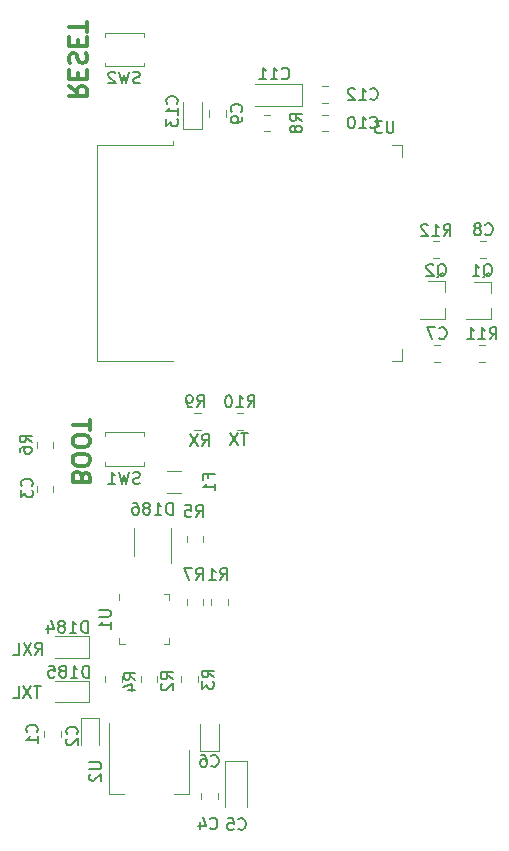
<source format=gbo>
G04 #@! TF.GenerationSoftware,KiCad,Pcbnew,(5.1.9)-1*
G04 #@! TF.CreationDate,2021-06-06T22:24:57-05:00*
G04 #@! TF.ProjectId,AirCloud,41697243-6c6f-4756-942e-6b696361645f,rev?*
G04 #@! TF.SameCoordinates,Original*
G04 #@! TF.FileFunction,Legend,Bot*
G04 #@! TF.FilePolarity,Positive*
%FSLAX46Y46*%
G04 Gerber Fmt 4.6, Leading zero omitted, Abs format (unit mm)*
G04 Created by KiCad (PCBNEW (5.1.9)-1) date 2021-06-06 22:24:57*
%MOMM*%
%LPD*%
G01*
G04 APERTURE LIST*
%ADD10C,0.150000*%
%ADD11C,0.300000*%
%ADD12C,0.120000*%
G04 APERTURE END LIST*
D10*
X133871428Y-121602380D02*
X134204761Y-121126190D01*
X134442857Y-121602380D02*
X134442857Y-120602380D01*
X134061904Y-120602380D01*
X133966666Y-120650000D01*
X133919047Y-120697619D01*
X133871428Y-120792857D01*
X133871428Y-120935714D01*
X133919047Y-121030952D01*
X133966666Y-121078571D01*
X134061904Y-121126190D01*
X134442857Y-121126190D01*
X133538095Y-120602380D02*
X132871428Y-121602380D01*
X132871428Y-120602380D02*
X133538095Y-121602380D01*
X132014285Y-121602380D02*
X132490476Y-121602380D01*
X132490476Y-120602380D01*
X134316666Y-124302380D02*
X133745238Y-124302380D01*
X134030952Y-125302380D02*
X134030952Y-124302380D01*
X133507142Y-124302380D02*
X132840476Y-125302380D01*
X132840476Y-124302380D02*
X133507142Y-125302380D01*
X131983333Y-125302380D02*
X132459523Y-125302380D01*
X132459523Y-124302380D01*
X151861904Y-102852380D02*
X151290476Y-102852380D01*
X151576190Y-103852380D02*
X151576190Y-102852380D01*
X151052380Y-102852380D02*
X150385714Y-103852380D01*
X150385714Y-102852380D02*
X151052380Y-103852380D01*
X147966666Y-103952380D02*
X148300000Y-103476190D01*
X148538095Y-103952380D02*
X148538095Y-102952380D01*
X148157142Y-102952380D01*
X148061904Y-103000000D01*
X148014285Y-103047619D01*
X147966666Y-103142857D01*
X147966666Y-103285714D01*
X148014285Y-103380952D01*
X148061904Y-103428571D01*
X148157142Y-103476190D01*
X148538095Y-103476190D01*
X147633333Y-102952380D02*
X146966666Y-103952380D01*
X146966666Y-102952380D02*
X147633333Y-103952380D01*
D11*
X136721428Y-73478571D02*
X137435714Y-73978571D01*
X136721428Y-74335714D02*
X138221428Y-74335714D01*
X138221428Y-73764285D01*
X138150000Y-73621428D01*
X138078571Y-73550000D01*
X137935714Y-73478571D01*
X137721428Y-73478571D01*
X137578571Y-73550000D01*
X137507142Y-73621428D01*
X137435714Y-73764285D01*
X137435714Y-74335714D01*
X137507142Y-72835714D02*
X137507142Y-72335714D01*
X136721428Y-72121428D02*
X136721428Y-72835714D01*
X138221428Y-72835714D01*
X138221428Y-72121428D01*
X136792857Y-71550000D02*
X136721428Y-71335714D01*
X136721428Y-70978571D01*
X136792857Y-70835714D01*
X136864285Y-70764285D01*
X137007142Y-70692857D01*
X137150000Y-70692857D01*
X137292857Y-70764285D01*
X137364285Y-70835714D01*
X137435714Y-70978571D01*
X137507142Y-71264285D01*
X137578571Y-71407142D01*
X137650000Y-71478571D01*
X137792857Y-71550000D01*
X137935714Y-71550000D01*
X138078571Y-71478571D01*
X138150000Y-71407142D01*
X138221428Y-71264285D01*
X138221428Y-70907142D01*
X138150000Y-70692857D01*
X137507142Y-70050000D02*
X137507142Y-69550000D01*
X136721428Y-69335714D02*
X136721428Y-70050000D01*
X138221428Y-70050000D01*
X138221428Y-69335714D01*
X138221428Y-68907142D02*
X138221428Y-68050000D01*
X136721428Y-68478571D02*
X138221428Y-68478571D01*
X137807142Y-106535714D02*
X137735714Y-106321428D01*
X137664285Y-106250000D01*
X137521428Y-106178571D01*
X137307142Y-106178571D01*
X137164285Y-106250000D01*
X137092857Y-106321428D01*
X137021428Y-106464285D01*
X137021428Y-107035714D01*
X138521428Y-107035714D01*
X138521428Y-106535714D01*
X138450000Y-106392857D01*
X138378571Y-106321428D01*
X138235714Y-106250000D01*
X138092857Y-106250000D01*
X137950000Y-106321428D01*
X137878571Y-106392857D01*
X137807142Y-106535714D01*
X137807142Y-107035714D01*
X138521428Y-105250000D02*
X138521428Y-104964285D01*
X138450000Y-104821428D01*
X138307142Y-104678571D01*
X138021428Y-104607142D01*
X137521428Y-104607142D01*
X137235714Y-104678571D01*
X137092857Y-104821428D01*
X137021428Y-104964285D01*
X137021428Y-105250000D01*
X137092857Y-105392857D01*
X137235714Y-105535714D01*
X137521428Y-105607142D01*
X138021428Y-105607142D01*
X138307142Y-105535714D01*
X138450000Y-105392857D01*
X138521428Y-105250000D01*
X138521428Y-103678571D02*
X138521428Y-103392857D01*
X138450000Y-103250000D01*
X138307142Y-103107142D01*
X138021428Y-103035714D01*
X137521428Y-103035714D01*
X137235714Y-103107142D01*
X137092857Y-103250000D01*
X137021428Y-103392857D01*
X137021428Y-103678571D01*
X137092857Y-103821428D01*
X137235714Y-103964285D01*
X137521428Y-104035714D01*
X138021428Y-104035714D01*
X138307142Y-103964285D01*
X138450000Y-103821428D01*
X138521428Y-103678571D01*
X138521428Y-102607142D02*
X138521428Y-101750000D01*
X137021428Y-102178571D02*
X138521428Y-102178571D01*
D12*
X164100000Y-78480000D02*
X164880000Y-78480000D01*
X164880000Y-78480000D02*
X164880000Y-79480000D01*
X164100000Y-96720000D02*
X164880000Y-96720000D01*
X164880000Y-96720000D02*
X164880000Y-95720000D01*
X139135000Y-78480000D02*
X139135000Y-96720000D01*
X139135000Y-96720000D02*
X145555000Y-96720000D01*
X139135000Y-78480000D02*
X145555000Y-78480000D01*
X145555000Y-78480000D02*
X145555000Y-78100000D01*
X139790000Y-123441422D02*
X139790000Y-123958578D01*
X141210000Y-123441422D02*
X141210000Y-123958578D01*
X171958578Y-95390000D02*
X171441422Y-95390000D01*
X171958578Y-96810000D02*
X171441422Y-96810000D01*
X167541422Y-88010000D02*
X168058578Y-88010000D01*
X167541422Y-86590000D02*
X168058578Y-86590000D01*
X139750000Y-69300000D02*
X139750000Y-69000000D01*
X139750000Y-69000000D02*
X143050000Y-69000000D01*
X143050000Y-69000000D02*
X143050000Y-69300000D01*
X139750000Y-71500000D02*
X139750000Y-71800000D01*
X139750000Y-71800000D02*
X143050000Y-71800000D01*
X143050000Y-71800000D02*
X143050000Y-71500000D01*
X136010000Y-128061422D02*
X136010000Y-128578578D01*
X134590000Y-128061422D02*
X134590000Y-128578578D01*
X137715000Y-129300000D02*
X137715000Y-126990000D01*
X137715000Y-126990000D02*
X139285000Y-126990000D01*
X139285000Y-126990000D02*
X139285000Y-129300000D01*
X147890000Y-133306422D02*
X147890000Y-133823578D01*
X149310000Y-133306422D02*
X149310000Y-133823578D01*
X149965000Y-134545000D02*
X149965000Y-130635000D01*
X149965000Y-130635000D02*
X151835000Y-130635000D01*
X151835000Y-130635000D02*
X151835000Y-134545000D01*
X168158578Y-96810000D02*
X167641422Y-96810000D01*
X168158578Y-95390000D02*
X167641422Y-95390000D01*
X172058578Y-86590000D02*
X171541422Y-86590000D01*
X172058578Y-88010000D02*
X171541422Y-88010000D01*
X150010000Y-76058578D02*
X150010000Y-75541422D01*
X148590000Y-76058578D02*
X148590000Y-75541422D01*
X158141422Y-75890000D02*
X158658578Y-75890000D01*
X158141422Y-77310000D02*
X158658578Y-77310000D01*
X156410000Y-75135000D02*
X152500000Y-75135000D01*
X156410000Y-73265000D02*
X156410000Y-75135000D01*
X152500000Y-73265000D02*
X156410000Y-73265000D01*
X158141422Y-74910000D02*
X158658578Y-74910000D01*
X158141422Y-73490000D02*
X158658578Y-73490000D01*
X146415000Y-77110000D02*
X146415000Y-74800000D01*
X147985000Y-77110000D02*
X146415000Y-77110000D01*
X147985000Y-74800000D02*
X147985000Y-77110000D01*
X138385000Y-121860000D02*
X135500000Y-121860000D01*
X138385000Y-120040000D02*
X138385000Y-121860000D01*
X135500000Y-120040000D02*
X138385000Y-120040000D01*
X146202064Y-107910000D02*
X144997936Y-107910000D01*
X146202064Y-106090000D02*
X144997936Y-106090000D01*
X172460000Y-90070000D02*
X172460000Y-91000000D01*
X172460000Y-93230000D02*
X172460000Y-92300000D01*
X172460000Y-93230000D02*
X170300000Y-93230000D01*
X172460000Y-90070000D02*
X171000000Y-90070000D01*
X168560000Y-90020000D02*
X167100000Y-90020000D01*
X168560000Y-93180000D02*
X166400000Y-93180000D01*
X168560000Y-93180000D02*
X168560000Y-92250000D01*
X168560000Y-90020000D02*
X168560000Y-90950000D01*
X140990000Y-116965000D02*
X140990000Y-116490000D01*
X145210000Y-120710000D02*
X144735000Y-120710000D01*
X145210000Y-120235000D02*
X145210000Y-120710000D01*
X145210000Y-116490000D02*
X144735000Y-116490000D01*
X145210000Y-116965000D02*
X145210000Y-116490000D01*
X140990000Y-120710000D02*
X141465000Y-120710000D01*
X140990000Y-120235000D02*
X140990000Y-120710000D01*
X133990000Y-107858578D02*
X133990000Y-107341422D01*
X135410000Y-107858578D02*
X135410000Y-107341422D01*
X147815000Y-129810000D02*
X147815000Y-127500000D01*
X149385000Y-129810000D02*
X147815000Y-129810000D01*
X149385000Y-127500000D02*
X149385000Y-129810000D01*
X138385000Y-125660000D02*
X135500000Y-125660000D01*
X138385000Y-123840000D02*
X138385000Y-125660000D01*
X135500000Y-123840000D02*
X138385000Y-123840000D01*
X145350000Y-110900000D02*
X145350000Y-113850000D01*
X142250000Y-113300000D02*
X142250000Y-110900000D01*
X150160000Y-116878922D02*
X150160000Y-117396078D01*
X148740000Y-116878922D02*
X148740000Y-117396078D01*
X146690000Y-112058578D02*
X146690000Y-111541422D01*
X148110000Y-112058578D02*
X148110000Y-111541422D01*
X133990000Y-104158578D02*
X133990000Y-103641422D01*
X135410000Y-104158578D02*
X135410000Y-103641422D01*
X148110000Y-117408578D02*
X148110000Y-116891422D01*
X146690000Y-117408578D02*
X146690000Y-116891422D01*
X153758578Y-75890000D02*
X153241422Y-75890000D01*
X153758578Y-77310000D02*
X153241422Y-77310000D01*
X147341422Y-102560000D02*
X147858578Y-102560000D01*
X147341422Y-101140000D02*
X147858578Y-101140000D01*
X150941422Y-101140000D02*
X151458578Y-101140000D01*
X150941422Y-102560000D02*
X151458578Y-102560000D01*
X142790000Y-123958578D02*
X142790000Y-123441422D01*
X144210000Y-123958578D02*
X144210000Y-123441422D01*
X147610000Y-123958578D02*
X147610000Y-123441422D01*
X146190000Y-123958578D02*
X146190000Y-123441422D01*
X143050000Y-105600000D02*
X143050000Y-105300000D01*
X139750000Y-105600000D02*
X143050000Y-105600000D01*
X139750000Y-105300000D02*
X139750000Y-105600000D01*
X143050000Y-102800000D02*
X143050000Y-103100000D01*
X139750000Y-102800000D02*
X143050000Y-102800000D01*
X139750000Y-103100000D02*
X139750000Y-102800000D01*
X140090000Y-127400000D02*
X140090000Y-133410000D01*
X146910000Y-129650000D02*
X146910000Y-133410000D01*
X140090000Y-133410000D02*
X141350000Y-133410000D01*
X146910000Y-133410000D02*
X145650000Y-133410000D01*
D10*
X164191904Y-76442380D02*
X164191904Y-77251904D01*
X164144285Y-77347142D01*
X164096666Y-77394761D01*
X164001428Y-77442380D01*
X163810952Y-77442380D01*
X163715714Y-77394761D01*
X163668095Y-77347142D01*
X163620476Y-77251904D01*
X163620476Y-76442380D01*
X163239523Y-76442380D02*
X162620476Y-76442380D01*
X162953809Y-76823333D01*
X162810952Y-76823333D01*
X162715714Y-76870952D01*
X162668095Y-76918571D01*
X162620476Y-77013809D01*
X162620476Y-77251904D01*
X162668095Y-77347142D01*
X162715714Y-77394761D01*
X162810952Y-77442380D01*
X163096666Y-77442380D01*
X163191904Y-77394761D01*
X163239523Y-77347142D01*
X142352380Y-123733333D02*
X141876190Y-123400000D01*
X142352380Y-123161904D02*
X141352380Y-123161904D01*
X141352380Y-123542857D01*
X141400000Y-123638095D01*
X141447619Y-123685714D01*
X141542857Y-123733333D01*
X141685714Y-123733333D01*
X141780952Y-123685714D01*
X141828571Y-123638095D01*
X141876190Y-123542857D01*
X141876190Y-123161904D01*
X141685714Y-124590476D02*
X142352380Y-124590476D01*
X141304761Y-124352380D02*
X142019047Y-124114285D01*
X142019047Y-124733333D01*
X172342857Y-94902380D02*
X172676190Y-94426190D01*
X172914285Y-94902380D02*
X172914285Y-93902380D01*
X172533333Y-93902380D01*
X172438095Y-93950000D01*
X172390476Y-93997619D01*
X172342857Y-94092857D01*
X172342857Y-94235714D01*
X172390476Y-94330952D01*
X172438095Y-94378571D01*
X172533333Y-94426190D01*
X172914285Y-94426190D01*
X171390476Y-94902380D02*
X171961904Y-94902380D01*
X171676190Y-94902380D02*
X171676190Y-93902380D01*
X171771428Y-94045238D01*
X171866666Y-94140476D01*
X171961904Y-94188095D01*
X170438095Y-94902380D02*
X171009523Y-94902380D01*
X170723809Y-94902380D02*
X170723809Y-93902380D01*
X170819047Y-94045238D01*
X170914285Y-94140476D01*
X171009523Y-94188095D01*
X168442857Y-86152380D02*
X168776190Y-85676190D01*
X169014285Y-86152380D02*
X169014285Y-85152380D01*
X168633333Y-85152380D01*
X168538095Y-85200000D01*
X168490476Y-85247619D01*
X168442857Y-85342857D01*
X168442857Y-85485714D01*
X168490476Y-85580952D01*
X168538095Y-85628571D01*
X168633333Y-85676190D01*
X169014285Y-85676190D01*
X167490476Y-86152380D02*
X168061904Y-86152380D01*
X167776190Y-86152380D02*
X167776190Y-85152380D01*
X167871428Y-85295238D01*
X167966666Y-85390476D01*
X168061904Y-85438095D01*
X167109523Y-85247619D02*
X167061904Y-85200000D01*
X166966666Y-85152380D01*
X166728571Y-85152380D01*
X166633333Y-85200000D01*
X166585714Y-85247619D01*
X166538095Y-85342857D01*
X166538095Y-85438095D01*
X166585714Y-85580952D01*
X167157142Y-86152380D01*
X166538095Y-86152380D01*
X142733333Y-73204761D02*
X142590476Y-73252380D01*
X142352380Y-73252380D01*
X142257142Y-73204761D01*
X142209523Y-73157142D01*
X142161904Y-73061904D01*
X142161904Y-72966666D01*
X142209523Y-72871428D01*
X142257142Y-72823809D01*
X142352380Y-72776190D01*
X142542857Y-72728571D01*
X142638095Y-72680952D01*
X142685714Y-72633333D01*
X142733333Y-72538095D01*
X142733333Y-72442857D01*
X142685714Y-72347619D01*
X142638095Y-72300000D01*
X142542857Y-72252380D01*
X142304761Y-72252380D01*
X142161904Y-72300000D01*
X141828571Y-72252380D02*
X141590476Y-73252380D01*
X141400000Y-72538095D01*
X141209523Y-73252380D01*
X140971428Y-72252380D01*
X140638095Y-72347619D02*
X140590476Y-72300000D01*
X140495238Y-72252380D01*
X140257142Y-72252380D01*
X140161904Y-72300000D01*
X140114285Y-72347619D01*
X140066666Y-72442857D01*
X140066666Y-72538095D01*
X140114285Y-72680952D01*
X140685714Y-73252380D01*
X140066666Y-73252380D01*
X134007142Y-128153333D02*
X134054761Y-128105714D01*
X134102380Y-127962857D01*
X134102380Y-127867619D01*
X134054761Y-127724761D01*
X133959523Y-127629523D01*
X133864285Y-127581904D01*
X133673809Y-127534285D01*
X133530952Y-127534285D01*
X133340476Y-127581904D01*
X133245238Y-127629523D01*
X133150000Y-127724761D01*
X133102380Y-127867619D01*
X133102380Y-127962857D01*
X133150000Y-128105714D01*
X133197619Y-128153333D01*
X134102380Y-129105714D02*
X134102380Y-128534285D01*
X134102380Y-128820000D02*
X133102380Y-128820000D01*
X133245238Y-128724761D01*
X133340476Y-128629523D01*
X133388095Y-128534285D01*
X137377142Y-128333333D02*
X137424761Y-128285714D01*
X137472380Y-128142857D01*
X137472380Y-128047619D01*
X137424761Y-127904761D01*
X137329523Y-127809523D01*
X137234285Y-127761904D01*
X137043809Y-127714285D01*
X136900952Y-127714285D01*
X136710476Y-127761904D01*
X136615238Y-127809523D01*
X136520000Y-127904761D01*
X136472380Y-128047619D01*
X136472380Y-128142857D01*
X136520000Y-128285714D01*
X136567619Y-128333333D01*
X136567619Y-128714285D02*
X136520000Y-128761904D01*
X136472380Y-128857142D01*
X136472380Y-129095238D01*
X136520000Y-129190476D01*
X136567619Y-129238095D01*
X136662857Y-129285714D01*
X136758095Y-129285714D01*
X136900952Y-129238095D01*
X137472380Y-128666666D01*
X137472380Y-129285714D01*
X148666666Y-136322142D02*
X148714285Y-136369761D01*
X148857142Y-136417380D01*
X148952380Y-136417380D01*
X149095238Y-136369761D01*
X149190476Y-136274523D01*
X149238095Y-136179285D01*
X149285714Y-135988809D01*
X149285714Y-135845952D01*
X149238095Y-135655476D01*
X149190476Y-135560238D01*
X149095238Y-135465000D01*
X148952380Y-135417380D01*
X148857142Y-135417380D01*
X148714285Y-135465000D01*
X148666666Y-135512619D01*
X147809523Y-135750714D02*
X147809523Y-136417380D01*
X148047619Y-135369761D02*
X148285714Y-136084047D01*
X147666666Y-136084047D01*
X151066666Y-136352142D02*
X151114285Y-136399761D01*
X151257142Y-136447380D01*
X151352380Y-136447380D01*
X151495238Y-136399761D01*
X151590476Y-136304523D01*
X151638095Y-136209285D01*
X151685714Y-136018809D01*
X151685714Y-135875952D01*
X151638095Y-135685476D01*
X151590476Y-135590238D01*
X151495238Y-135495000D01*
X151352380Y-135447380D01*
X151257142Y-135447380D01*
X151114285Y-135495000D01*
X151066666Y-135542619D01*
X150161904Y-135447380D02*
X150638095Y-135447380D01*
X150685714Y-135923571D01*
X150638095Y-135875952D01*
X150542857Y-135828333D01*
X150304761Y-135828333D01*
X150209523Y-135875952D01*
X150161904Y-135923571D01*
X150114285Y-136018809D01*
X150114285Y-136256904D01*
X150161904Y-136352142D01*
X150209523Y-136399761D01*
X150304761Y-136447380D01*
X150542857Y-136447380D01*
X150638095Y-136399761D01*
X150685714Y-136352142D01*
X168066666Y-94807142D02*
X168114285Y-94854761D01*
X168257142Y-94902380D01*
X168352380Y-94902380D01*
X168495238Y-94854761D01*
X168590476Y-94759523D01*
X168638095Y-94664285D01*
X168685714Y-94473809D01*
X168685714Y-94330952D01*
X168638095Y-94140476D01*
X168590476Y-94045238D01*
X168495238Y-93950000D01*
X168352380Y-93902380D01*
X168257142Y-93902380D01*
X168114285Y-93950000D01*
X168066666Y-93997619D01*
X167733333Y-93902380D02*
X167066666Y-93902380D01*
X167495238Y-94902380D01*
X171966666Y-86007142D02*
X172014285Y-86054761D01*
X172157142Y-86102380D01*
X172252380Y-86102380D01*
X172395238Y-86054761D01*
X172490476Y-85959523D01*
X172538095Y-85864285D01*
X172585714Y-85673809D01*
X172585714Y-85530952D01*
X172538095Y-85340476D01*
X172490476Y-85245238D01*
X172395238Y-85150000D01*
X172252380Y-85102380D01*
X172157142Y-85102380D01*
X172014285Y-85150000D01*
X171966666Y-85197619D01*
X171395238Y-85530952D02*
X171490476Y-85483333D01*
X171538095Y-85435714D01*
X171585714Y-85340476D01*
X171585714Y-85292857D01*
X171538095Y-85197619D01*
X171490476Y-85150000D01*
X171395238Y-85102380D01*
X171204761Y-85102380D01*
X171109523Y-85150000D01*
X171061904Y-85197619D01*
X171014285Y-85292857D01*
X171014285Y-85340476D01*
X171061904Y-85435714D01*
X171109523Y-85483333D01*
X171204761Y-85530952D01*
X171395238Y-85530952D01*
X171490476Y-85578571D01*
X171538095Y-85626190D01*
X171585714Y-85721428D01*
X171585714Y-85911904D01*
X171538095Y-86007142D01*
X171490476Y-86054761D01*
X171395238Y-86102380D01*
X171204761Y-86102380D01*
X171109523Y-86054761D01*
X171061904Y-86007142D01*
X171014285Y-85911904D01*
X171014285Y-85721428D01*
X171061904Y-85626190D01*
X171109523Y-85578571D01*
X171204761Y-85530952D01*
X151307142Y-75633333D02*
X151354761Y-75585714D01*
X151402380Y-75442857D01*
X151402380Y-75347619D01*
X151354761Y-75204761D01*
X151259523Y-75109523D01*
X151164285Y-75061904D01*
X150973809Y-75014285D01*
X150830952Y-75014285D01*
X150640476Y-75061904D01*
X150545238Y-75109523D01*
X150450000Y-75204761D01*
X150402380Y-75347619D01*
X150402380Y-75442857D01*
X150450000Y-75585714D01*
X150497619Y-75633333D01*
X151402380Y-76109523D02*
X151402380Y-76300000D01*
X151354761Y-76395238D01*
X151307142Y-76442857D01*
X151164285Y-76538095D01*
X150973809Y-76585714D01*
X150592857Y-76585714D01*
X150497619Y-76538095D01*
X150450000Y-76490476D01*
X150402380Y-76395238D01*
X150402380Y-76204761D01*
X150450000Y-76109523D01*
X150497619Y-76061904D01*
X150592857Y-76014285D01*
X150830952Y-76014285D01*
X150926190Y-76061904D01*
X150973809Y-76109523D01*
X151021428Y-76204761D01*
X151021428Y-76395238D01*
X150973809Y-76490476D01*
X150926190Y-76538095D01*
X150830952Y-76585714D01*
X162242857Y-76957142D02*
X162290476Y-77004761D01*
X162433333Y-77052380D01*
X162528571Y-77052380D01*
X162671428Y-77004761D01*
X162766666Y-76909523D01*
X162814285Y-76814285D01*
X162861904Y-76623809D01*
X162861904Y-76480952D01*
X162814285Y-76290476D01*
X162766666Y-76195238D01*
X162671428Y-76100000D01*
X162528571Y-76052380D01*
X162433333Y-76052380D01*
X162290476Y-76100000D01*
X162242857Y-76147619D01*
X161290476Y-77052380D02*
X161861904Y-77052380D01*
X161576190Y-77052380D02*
X161576190Y-76052380D01*
X161671428Y-76195238D01*
X161766666Y-76290476D01*
X161861904Y-76338095D01*
X160671428Y-76052380D02*
X160576190Y-76052380D01*
X160480952Y-76100000D01*
X160433333Y-76147619D01*
X160385714Y-76242857D01*
X160338095Y-76433333D01*
X160338095Y-76671428D01*
X160385714Y-76861904D01*
X160433333Y-76957142D01*
X160480952Y-77004761D01*
X160576190Y-77052380D01*
X160671428Y-77052380D01*
X160766666Y-77004761D01*
X160814285Y-76957142D01*
X160861904Y-76861904D01*
X160909523Y-76671428D01*
X160909523Y-76433333D01*
X160861904Y-76242857D01*
X160814285Y-76147619D01*
X160766666Y-76100000D01*
X160671428Y-76052380D01*
X154742857Y-72807142D02*
X154790476Y-72854761D01*
X154933333Y-72902380D01*
X155028571Y-72902380D01*
X155171428Y-72854761D01*
X155266666Y-72759523D01*
X155314285Y-72664285D01*
X155361904Y-72473809D01*
X155361904Y-72330952D01*
X155314285Y-72140476D01*
X155266666Y-72045238D01*
X155171428Y-71950000D01*
X155028571Y-71902380D01*
X154933333Y-71902380D01*
X154790476Y-71950000D01*
X154742857Y-71997619D01*
X153790476Y-72902380D02*
X154361904Y-72902380D01*
X154076190Y-72902380D02*
X154076190Y-71902380D01*
X154171428Y-72045238D01*
X154266666Y-72140476D01*
X154361904Y-72188095D01*
X152838095Y-72902380D02*
X153409523Y-72902380D01*
X153123809Y-72902380D02*
X153123809Y-71902380D01*
X153219047Y-72045238D01*
X153314285Y-72140476D01*
X153409523Y-72188095D01*
X162242857Y-74557142D02*
X162290476Y-74604761D01*
X162433333Y-74652380D01*
X162528571Y-74652380D01*
X162671428Y-74604761D01*
X162766666Y-74509523D01*
X162814285Y-74414285D01*
X162861904Y-74223809D01*
X162861904Y-74080952D01*
X162814285Y-73890476D01*
X162766666Y-73795238D01*
X162671428Y-73700000D01*
X162528571Y-73652380D01*
X162433333Y-73652380D01*
X162290476Y-73700000D01*
X162242857Y-73747619D01*
X161290476Y-74652380D02*
X161861904Y-74652380D01*
X161576190Y-74652380D02*
X161576190Y-73652380D01*
X161671428Y-73795238D01*
X161766666Y-73890476D01*
X161861904Y-73938095D01*
X160909523Y-73747619D02*
X160861904Y-73700000D01*
X160766666Y-73652380D01*
X160528571Y-73652380D01*
X160433333Y-73700000D01*
X160385714Y-73747619D01*
X160338095Y-73842857D01*
X160338095Y-73938095D01*
X160385714Y-74080952D01*
X160957142Y-74652380D01*
X160338095Y-74652380D01*
X145857142Y-74957142D02*
X145904761Y-74909523D01*
X145952380Y-74766666D01*
X145952380Y-74671428D01*
X145904761Y-74528571D01*
X145809523Y-74433333D01*
X145714285Y-74385714D01*
X145523809Y-74338095D01*
X145380952Y-74338095D01*
X145190476Y-74385714D01*
X145095238Y-74433333D01*
X145000000Y-74528571D01*
X144952380Y-74671428D01*
X144952380Y-74766666D01*
X145000000Y-74909523D01*
X145047619Y-74957142D01*
X145952380Y-75909523D02*
X145952380Y-75338095D01*
X145952380Y-75623809D02*
X144952380Y-75623809D01*
X145095238Y-75528571D01*
X145190476Y-75433333D01*
X145238095Y-75338095D01*
X144952380Y-76242857D02*
X144952380Y-76861904D01*
X145333333Y-76528571D01*
X145333333Y-76671428D01*
X145380952Y-76766666D01*
X145428571Y-76814285D01*
X145523809Y-76861904D01*
X145761904Y-76861904D01*
X145857142Y-76814285D01*
X145904761Y-76766666D01*
X145952380Y-76671428D01*
X145952380Y-76385714D01*
X145904761Y-76290476D01*
X145857142Y-76242857D01*
X138290476Y-119752380D02*
X138290476Y-118752380D01*
X138052380Y-118752380D01*
X137909523Y-118800000D01*
X137814285Y-118895238D01*
X137766666Y-118990476D01*
X137719047Y-119180952D01*
X137719047Y-119323809D01*
X137766666Y-119514285D01*
X137814285Y-119609523D01*
X137909523Y-119704761D01*
X138052380Y-119752380D01*
X138290476Y-119752380D01*
X136766666Y-119752380D02*
X137338095Y-119752380D01*
X137052380Y-119752380D02*
X137052380Y-118752380D01*
X137147619Y-118895238D01*
X137242857Y-118990476D01*
X137338095Y-119038095D01*
X136195238Y-119180952D02*
X136290476Y-119133333D01*
X136338095Y-119085714D01*
X136385714Y-118990476D01*
X136385714Y-118942857D01*
X136338095Y-118847619D01*
X136290476Y-118800000D01*
X136195238Y-118752380D01*
X136004761Y-118752380D01*
X135909523Y-118800000D01*
X135861904Y-118847619D01*
X135814285Y-118942857D01*
X135814285Y-118990476D01*
X135861904Y-119085714D01*
X135909523Y-119133333D01*
X136004761Y-119180952D01*
X136195238Y-119180952D01*
X136290476Y-119228571D01*
X136338095Y-119276190D01*
X136385714Y-119371428D01*
X136385714Y-119561904D01*
X136338095Y-119657142D01*
X136290476Y-119704761D01*
X136195238Y-119752380D01*
X136004761Y-119752380D01*
X135909523Y-119704761D01*
X135861904Y-119657142D01*
X135814285Y-119561904D01*
X135814285Y-119371428D01*
X135861904Y-119276190D01*
X135909523Y-119228571D01*
X136004761Y-119180952D01*
X134957142Y-119085714D02*
X134957142Y-119752380D01*
X135195238Y-118704761D02*
X135433333Y-119419047D01*
X134814285Y-119419047D01*
X148528571Y-106666666D02*
X148528571Y-106333333D01*
X149052380Y-106333333D02*
X148052380Y-106333333D01*
X148052380Y-106809523D01*
X149052380Y-107714285D02*
X149052380Y-107142857D01*
X149052380Y-107428571D02*
X148052380Y-107428571D01*
X148195238Y-107333333D01*
X148290476Y-107238095D01*
X148338095Y-107142857D01*
X171795238Y-89647619D02*
X171890476Y-89600000D01*
X171985714Y-89504761D01*
X172128571Y-89361904D01*
X172223809Y-89314285D01*
X172319047Y-89314285D01*
X172271428Y-89552380D02*
X172366666Y-89504761D01*
X172461904Y-89409523D01*
X172509523Y-89219047D01*
X172509523Y-88885714D01*
X172461904Y-88695238D01*
X172366666Y-88600000D01*
X172271428Y-88552380D01*
X172080952Y-88552380D01*
X171985714Y-88600000D01*
X171890476Y-88695238D01*
X171842857Y-88885714D01*
X171842857Y-89219047D01*
X171890476Y-89409523D01*
X171985714Y-89504761D01*
X172080952Y-89552380D01*
X172271428Y-89552380D01*
X170890476Y-89552380D02*
X171461904Y-89552380D01*
X171176190Y-89552380D02*
X171176190Y-88552380D01*
X171271428Y-88695238D01*
X171366666Y-88790476D01*
X171461904Y-88838095D01*
X167895238Y-89647619D02*
X167990476Y-89600000D01*
X168085714Y-89504761D01*
X168228571Y-89361904D01*
X168323809Y-89314285D01*
X168419047Y-89314285D01*
X168371428Y-89552380D02*
X168466666Y-89504761D01*
X168561904Y-89409523D01*
X168609523Y-89219047D01*
X168609523Y-88885714D01*
X168561904Y-88695238D01*
X168466666Y-88600000D01*
X168371428Y-88552380D01*
X168180952Y-88552380D01*
X168085714Y-88600000D01*
X167990476Y-88695238D01*
X167942857Y-88885714D01*
X167942857Y-89219047D01*
X167990476Y-89409523D01*
X168085714Y-89504761D01*
X168180952Y-89552380D01*
X168371428Y-89552380D01*
X167561904Y-88647619D02*
X167514285Y-88600000D01*
X167419047Y-88552380D01*
X167180952Y-88552380D01*
X167085714Y-88600000D01*
X167038095Y-88647619D01*
X166990476Y-88742857D01*
X166990476Y-88838095D01*
X167038095Y-88980952D01*
X167609523Y-89552380D01*
X166990476Y-89552380D01*
X139252380Y-117838095D02*
X140061904Y-117838095D01*
X140157142Y-117885714D01*
X140204761Y-117933333D01*
X140252380Y-118028571D01*
X140252380Y-118219047D01*
X140204761Y-118314285D01*
X140157142Y-118361904D01*
X140061904Y-118409523D01*
X139252380Y-118409523D01*
X140252380Y-119409523D02*
X140252380Y-118838095D01*
X140252380Y-119123809D02*
X139252380Y-119123809D01*
X139395238Y-119028571D01*
X139490476Y-118933333D01*
X139538095Y-118838095D01*
X133557142Y-107333333D02*
X133604761Y-107285714D01*
X133652380Y-107142857D01*
X133652380Y-107047619D01*
X133604761Y-106904761D01*
X133509523Y-106809523D01*
X133414285Y-106761904D01*
X133223809Y-106714285D01*
X133080952Y-106714285D01*
X132890476Y-106761904D01*
X132795238Y-106809523D01*
X132700000Y-106904761D01*
X132652380Y-107047619D01*
X132652380Y-107142857D01*
X132700000Y-107285714D01*
X132747619Y-107333333D01*
X132652380Y-107666666D02*
X132652380Y-108285714D01*
X133033333Y-107952380D01*
X133033333Y-108095238D01*
X133080952Y-108190476D01*
X133128571Y-108238095D01*
X133223809Y-108285714D01*
X133461904Y-108285714D01*
X133557142Y-108238095D01*
X133604761Y-108190476D01*
X133652380Y-108095238D01*
X133652380Y-107809523D01*
X133604761Y-107714285D01*
X133557142Y-107666666D01*
X148766666Y-131007142D02*
X148814285Y-131054761D01*
X148957142Y-131102380D01*
X149052380Y-131102380D01*
X149195238Y-131054761D01*
X149290476Y-130959523D01*
X149338095Y-130864285D01*
X149385714Y-130673809D01*
X149385714Y-130530952D01*
X149338095Y-130340476D01*
X149290476Y-130245238D01*
X149195238Y-130150000D01*
X149052380Y-130102380D01*
X148957142Y-130102380D01*
X148814285Y-130150000D01*
X148766666Y-130197619D01*
X147909523Y-130102380D02*
X148100000Y-130102380D01*
X148195238Y-130150000D01*
X148242857Y-130197619D01*
X148338095Y-130340476D01*
X148385714Y-130530952D01*
X148385714Y-130911904D01*
X148338095Y-131007142D01*
X148290476Y-131054761D01*
X148195238Y-131102380D01*
X148004761Y-131102380D01*
X147909523Y-131054761D01*
X147861904Y-131007142D01*
X147814285Y-130911904D01*
X147814285Y-130673809D01*
X147861904Y-130578571D01*
X147909523Y-130530952D01*
X148004761Y-130483333D01*
X148195238Y-130483333D01*
X148290476Y-130530952D01*
X148338095Y-130578571D01*
X148385714Y-130673809D01*
X138390476Y-123552380D02*
X138390476Y-122552380D01*
X138152380Y-122552380D01*
X138009523Y-122600000D01*
X137914285Y-122695238D01*
X137866666Y-122790476D01*
X137819047Y-122980952D01*
X137819047Y-123123809D01*
X137866666Y-123314285D01*
X137914285Y-123409523D01*
X138009523Y-123504761D01*
X138152380Y-123552380D01*
X138390476Y-123552380D01*
X136866666Y-123552380D02*
X137438095Y-123552380D01*
X137152380Y-123552380D02*
X137152380Y-122552380D01*
X137247619Y-122695238D01*
X137342857Y-122790476D01*
X137438095Y-122838095D01*
X136295238Y-122980952D02*
X136390476Y-122933333D01*
X136438095Y-122885714D01*
X136485714Y-122790476D01*
X136485714Y-122742857D01*
X136438095Y-122647619D01*
X136390476Y-122600000D01*
X136295238Y-122552380D01*
X136104761Y-122552380D01*
X136009523Y-122600000D01*
X135961904Y-122647619D01*
X135914285Y-122742857D01*
X135914285Y-122790476D01*
X135961904Y-122885714D01*
X136009523Y-122933333D01*
X136104761Y-122980952D01*
X136295238Y-122980952D01*
X136390476Y-123028571D01*
X136438095Y-123076190D01*
X136485714Y-123171428D01*
X136485714Y-123361904D01*
X136438095Y-123457142D01*
X136390476Y-123504761D01*
X136295238Y-123552380D01*
X136104761Y-123552380D01*
X136009523Y-123504761D01*
X135961904Y-123457142D01*
X135914285Y-123361904D01*
X135914285Y-123171428D01*
X135961904Y-123076190D01*
X136009523Y-123028571D01*
X136104761Y-122980952D01*
X135009523Y-122552380D02*
X135485714Y-122552380D01*
X135533333Y-123028571D01*
X135485714Y-122980952D01*
X135390476Y-122933333D01*
X135152380Y-122933333D01*
X135057142Y-122980952D01*
X135009523Y-123028571D01*
X134961904Y-123123809D01*
X134961904Y-123361904D01*
X135009523Y-123457142D01*
X135057142Y-123504761D01*
X135152380Y-123552380D01*
X135390476Y-123552380D01*
X135485714Y-123504761D01*
X135533333Y-123457142D01*
X145490476Y-109752380D02*
X145490476Y-108752380D01*
X145252380Y-108752380D01*
X145109523Y-108800000D01*
X145014285Y-108895238D01*
X144966666Y-108990476D01*
X144919047Y-109180952D01*
X144919047Y-109323809D01*
X144966666Y-109514285D01*
X145014285Y-109609523D01*
X145109523Y-109704761D01*
X145252380Y-109752380D01*
X145490476Y-109752380D01*
X143966666Y-109752380D02*
X144538095Y-109752380D01*
X144252380Y-109752380D02*
X144252380Y-108752380D01*
X144347619Y-108895238D01*
X144442857Y-108990476D01*
X144538095Y-109038095D01*
X143395238Y-109180952D02*
X143490476Y-109133333D01*
X143538095Y-109085714D01*
X143585714Y-108990476D01*
X143585714Y-108942857D01*
X143538095Y-108847619D01*
X143490476Y-108800000D01*
X143395238Y-108752380D01*
X143204761Y-108752380D01*
X143109523Y-108800000D01*
X143061904Y-108847619D01*
X143014285Y-108942857D01*
X143014285Y-108990476D01*
X143061904Y-109085714D01*
X143109523Y-109133333D01*
X143204761Y-109180952D01*
X143395238Y-109180952D01*
X143490476Y-109228571D01*
X143538095Y-109276190D01*
X143585714Y-109371428D01*
X143585714Y-109561904D01*
X143538095Y-109657142D01*
X143490476Y-109704761D01*
X143395238Y-109752380D01*
X143204761Y-109752380D01*
X143109523Y-109704761D01*
X143061904Y-109657142D01*
X143014285Y-109561904D01*
X143014285Y-109371428D01*
X143061904Y-109276190D01*
X143109523Y-109228571D01*
X143204761Y-109180952D01*
X142157142Y-108752380D02*
X142347619Y-108752380D01*
X142442857Y-108800000D01*
X142490476Y-108847619D01*
X142585714Y-108990476D01*
X142633333Y-109180952D01*
X142633333Y-109561904D01*
X142585714Y-109657142D01*
X142538095Y-109704761D01*
X142442857Y-109752380D01*
X142252380Y-109752380D01*
X142157142Y-109704761D01*
X142109523Y-109657142D01*
X142061904Y-109561904D01*
X142061904Y-109323809D01*
X142109523Y-109228571D01*
X142157142Y-109180952D01*
X142252380Y-109133333D01*
X142442857Y-109133333D01*
X142538095Y-109180952D01*
X142585714Y-109228571D01*
X142633333Y-109323809D01*
X149516666Y-115302380D02*
X149850000Y-114826190D01*
X150088095Y-115302380D02*
X150088095Y-114302380D01*
X149707142Y-114302380D01*
X149611904Y-114350000D01*
X149564285Y-114397619D01*
X149516666Y-114492857D01*
X149516666Y-114635714D01*
X149564285Y-114730952D01*
X149611904Y-114778571D01*
X149707142Y-114826190D01*
X150088095Y-114826190D01*
X148564285Y-115302380D02*
X149135714Y-115302380D01*
X148850000Y-115302380D02*
X148850000Y-114302380D01*
X148945238Y-114445238D01*
X149040476Y-114540476D01*
X149135714Y-114588095D01*
X147466666Y-109952380D02*
X147800000Y-109476190D01*
X148038095Y-109952380D02*
X148038095Y-108952380D01*
X147657142Y-108952380D01*
X147561904Y-109000000D01*
X147514285Y-109047619D01*
X147466666Y-109142857D01*
X147466666Y-109285714D01*
X147514285Y-109380952D01*
X147561904Y-109428571D01*
X147657142Y-109476190D01*
X148038095Y-109476190D01*
X146561904Y-108952380D02*
X147038095Y-108952380D01*
X147085714Y-109428571D01*
X147038095Y-109380952D01*
X146942857Y-109333333D01*
X146704761Y-109333333D01*
X146609523Y-109380952D01*
X146561904Y-109428571D01*
X146514285Y-109523809D01*
X146514285Y-109761904D01*
X146561904Y-109857142D01*
X146609523Y-109904761D01*
X146704761Y-109952380D01*
X146942857Y-109952380D01*
X147038095Y-109904761D01*
X147085714Y-109857142D01*
X133552380Y-103633333D02*
X133076190Y-103300000D01*
X133552380Y-103061904D02*
X132552380Y-103061904D01*
X132552380Y-103442857D01*
X132600000Y-103538095D01*
X132647619Y-103585714D01*
X132742857Y-103633333D01*
X132885714Y-103633333D01*
X132980952Y-103585714D01*
X133028571Y-103538095D01*
X133076190Y-103442857D01*
X133076190Y-103061904D01*
X132552380Y-104490476D02*
X132552380Y-104300000D01*
X132600000Y-104204761D01*
X132647619Y-104157142D01*
X132790476Y-104061904D01*
X132980952Y-104014285D01*
X133361904Y-104014285D01*
X133457142Y-104061904D01*
X133504761Y-104109523D01*
X133552380Y-104204761D01*
X133552380Y-104395238D01*
X133504761Y-104490476D01*
X133457142Y-104538095D01*
X133361904Y-104585714D01*
X133123809Y-104585714D01*
X133028571Y-104538095D01*
X132980952Y-104490476D01*
X132933333Y-104395238D01*
X132933333Y-104204761D01*
X132980952Y-104109523D01*
X133028571Y-104061904D01*
X133123809Y-104014285D01*
X147466666Y-115302380D02*
X147800000Y-114826190D01*
X148038095Y-115302380D02*
X148038095Y-114302380D01*
X147657142Y-114302380D01*
X147561904Y-114350000D01*
X147514285Y-114397619D01*
X147466666Y-114492857D01*
X147466666Y-114635714D01*
X147514285Y-114730952D01*
X147561904Y-114778571D01*
X147657142Y-114826190D01*
X148038095Y-114826190D01*
X147133333Y-114302380D02*
X146466666Y-114302380D01*
X146895238Y-115302380D01*
X156452380Y-76433333D02*
X155976190Y-76100000D01*
X156452380Y-75861904D02*
X155452380Y-75861904D01*
X155452380Y-76242857D01*
X155500000Y-76338095D01*
X155547619Y-76385714D01*
X155642857Y-76433333D01*
X155785714Y-76433333D01*
X155880952Y-76385714D01*
X155928571Y-76338095D01*
X155976190Y-76242857D01*
X155976190Y-75861904D01*
X155880952Y-77004761D02*
X155833333Y-76909523D01*
X155785714Y-76861904D01*
X155690476Y-76814285D01*
X155642857Y-76814285D01*
X155547619Y-76861904D01*
X155500000Y-76909523D01*
X155452380Y-77004761D01*
X155452380Y-77195238D01*
X155500000Y-77290476D01*
X155547619Y-77338095D01*
X155642857Y-77385714D01*
X155690476Y-77385714D01*
X155785714Y-77338095D01*
X155833333Y-77290476D01*
X155880952Y-77195238D01*
X155880952Y-77004761D01*
X155928571Y-76909523D01*
X155976190Y-76861904D01*
X156071428Y-76814285D01*
X156261904Y-76814285D01*
X156357142Y-76861904D01*
X156404761Y-76909523D01*
X156452380Y-77004761D01*
X156452380Y-77195238D01*
X156404761Y-77290476D01*
X156357142Y-77338095D01*
X156261904Y-77385714D01*
X156071428Y-77385714D01*
X155976190Y-77338095D01*
X155928571Y-77290476D01*
X155880952Y-77195238D01*
X147579166Y-100652380D02*
X147912500Y-100176190D01*
X148150595Y-100652380D02*
X148150595Y-99652380D01*
X147769642Y-99652380D01*
X147674404Y-99700000D01*
X147626785Y-99747619D01*
X147579166Y-99842857D01*
X147579166Y-99985714D01*
X147626785Y-100080952D01*
X147674404Y-100128571D01*
X147769642Y-100176190D01*
X148150595Y-100176190D01*
X147102976Y-100652380D02*
X146912500Y-100652380D01*
X146817261Y-100604761D01*
X146769642Y-100557142D01*
X146674404Y-100414285D01*
X146626785Y-100223809D01*
X146626785Y-99842857D01*
X146674404Y-99747619D01*
X146722023Y-99700000D01*
X146817261Y-99652380D01*
X147007738Y-99652380D01*
X147102976Y-99700000D01*
X147150595Y-99747619D01*
X147198214Y-99842857D01*
X147198214Y-100080952D01*
X147150595Y-100176190D01*
X147102976Y-100223809D01*
X147007738Y-100271428D01*
X146817261Y-100271428D01*
X146722023Y-100223809D01*
X146674404Y-100176190D01*
X146626785Y-100080952D01*
X151842857Y-100652380D02*
X152176190Y-100176190D01*
X152414285Y-100652380D02*
X152414285Y-99652380D01*
X152033333Y-99652380D01*
X151938095Y-99700000D01*
X151890476Y-99747619D01*
X151842857Y-99842857D01*
X151842857Y-99985714D01*
X151890476Y-100080952D01*
X151938095Y-100128571D01*
X152033333Y-100176190D01*
X152414285Y-100176190D01*
X150890476Y-100652380D02*
X151461904Y-100652380D01*
X151176190Y-100652380D02*
X151176190Y-99652380D01*
X151271428Y-99795238D01*
X151366666Y-99890476D01*
X151461904Y-99938095D01*
X150271428Y-99652380D02*
X150176190Y-99652380D01*
X150080952Y-99700000D01*
X150033333Y-99747619D01*
X149985714Y-99842857D01*
X149938095Y-100033333D01*
X149938095Y-100271428D01*
X149985714Y-100461904D01*
X150033333Y-100557142D01*
X150080952Y-100604761D01*
X150176190Y-100652380D01*
X150271428Y-100652380D01*
X150366666Y-100604761D01*
X150414285Y-100557142D01*
X150461904Y-100461904D01*
X150509523Y-100271428D01*
X150509523Y-100033333D01*
X150461904Y-99842857D01*
X150414285Y-99747619D01*
X150366666Y-99700000D01*
X150271428Y-99652380D01*
X145502380Y-123683333D02*
X145026190Y-123350000D01*
X145502380Y-123111904D02*
X144502380Y-123111904D01*
X144502380Y-123492857D01*
X144550000Y-123588095D01*
X144597619Y-123635714D01*
X144692857Y-123683333D01*
X144835714Y-123683333D01*
X144930952Y-123635714D01*
X144978571Y-123588095D01*
X145026190Y-123492857D01*
X145026190Y-123111904D01*
X144597619Y-124064285D02*
X144550000Y-124111904D01*
X144502380Y-124207142D01*
X144502380Y-124445238D01*
X144550000Y-124540476D01*
X144597619Y-124588095D01*
X144692857Y-124635714D01*
X144788095Y-124635714D01*
X144930952Y-124588095D01*
X145502380Y-124016666D01*
X145502380Y-124635714D01*
X149002380Y-123533333D02*
X148526190Y-123200000D01*
X149002380Y-122961904D02*
X148002380Y-122961904D01*
X148002380Y-123342857D01*
X148050000Y-123438095D01*
X148097619Y-123485714D01*
X148192857Y-123533333D01*
X148335714Y-123533333D01*
X148430952Y-123485714D01*
X148478571Y-123438095D01*
X148526190Y-123342857D01*
X148526190Y-122961904D01*
X148002380Y-123866666D02*
X148002380Y-124485714D01*
X148383333Y-124152380D01*
X148383333Y-124295238D01*
X148430952Y-124390476D01*
X148478571Y-124438095D01*
X148573809Y-124485714D01*
X148811904Y-124485714D01*
X148907142Y-124438095D01*
X148954761Y-124390476D01*
X149002380Y-124295238D01*
X149002380Y-124009523D01*
X148954761Y-123914285D01*
X148907142Y-123866666D01*
X142733333Y-107104761D02*
X142590476Y-107152380D01*
X142352380Y-107152380D01*
X142257142Y-107104761D01*
X142209523Y-107057142D01*
X142161904Y-106961904D01*
X142161904Y-106866666D01*
X142209523Y-106771428D01*
X142257142Y-106723809D01*
X142352380Y-106676190D01*
X142542857Y-106628571D01*
X142638095Y-106580952D01*
X142685714Y-106533333D01*
X142733333Y-106438095D01*
X142733333Y-106342857D01*
X142685714Y-106247619D01*
X142638095Y-106200000D01*
X142542857Y-106152380D01*
X142304761Y-106152380D01*
X142161904Y-106200000D01*
X141828571Y-106152380D02*
X141590476Y-107152380D01*
X141400000Y-106438095D01*
X141209523Y-107152380D01*
X140971428Y-106152380D01*
X140066666Y-107152380D02*
X140638095Y-107152380D01*
X140352380Y-107152380D02*
X140352380Y-106152380D01*
X140447619Y-106295238D01*
X140542857Y-106390476D01*
X140638095Y-106438095D01*
X138452380Y-130738095D02*
X139261904Y-130738095D01*
X139357142Y-130785714D01*
X139404761Y-130833333D01*
X139452380Y-130928571D01*
X139452380Y-131119047D01*
X139404761Y-131214285D01*
X139357142Y-131261904D01*
X139261904Y-131309523D01*
X138452380Y-131309523D01*
X138547619Y-131738095D02*
X138500000Y-131785714D01*
X138452380Y-131880952D01*
X138452380Y-132119047D01*
X138500000Y-132214285D01*
X138547619Y-132261904D01*
X138642857Y-132309523D01*
X138738095Y-132309523D01*
X138880952Y-132261904D01*
X139452380Y-131690476D01*
X139452380Y-132309523D01*
M02*

</source>
